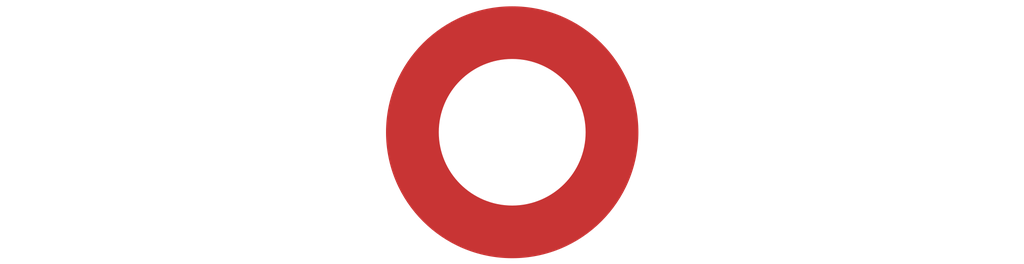
<source format=kicad_pcb>
(kicad_pcb (version 20240108) (generator pcbnew)
  (layers (0 "F.Cu" signal) (31 "B.Cu" signal) (34 "B.Paste" user) (35 "F.Paste" user) (36 "B.SilkS" user "B.Silkscreen") (37 "F.SilkS" user "F.Silkscreen") (38 "B.Mask" user) (39 "F.Mask" user) (44 "Edge.Cuts" user))
  (net 0 "")
  (footprint "MountingHole_6.4mm_M6_DIN965_Pad_TopOnly" (layer "F.Cu") (at 0 0)
    (property "Reference" "REF**")
    (property "Value" "MountingHole_6.4mm_M6_DIN965_Pad_TopOnly")
    (pad "1" thru_hole circle (at 0 0) (size 6.8 6.8) (drill 6.4) (layers *.Cu *.Mask) (remove_unused_layers))
    (pad "1" connect circle (at 0 0) (size 11 11) (layers "F.Cu" "F.Mask"))
  )
)
</source>
